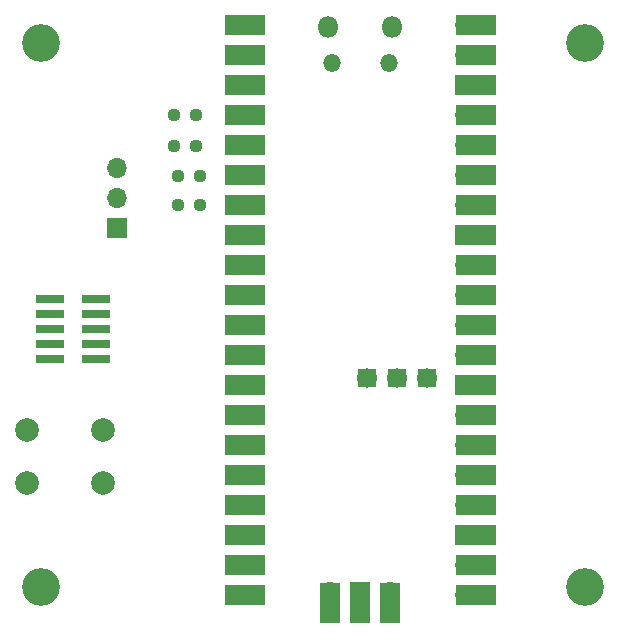
<source format=gbr>
%TF.GenerationSoftware,KiCad,Pcbnew,7.0.8*%
%TF.CreationDate,2023-10-07T15:52:59+09:00*%
%TF.ProjectId,KiCad,4b694361-642e-46b6-9963-61645f706362,rev?*%
%TF.SameCoordinates,PX41cdb40PY67f3540*%
%TF.FileFunction,Soldermask,Top*%
%TF.FilePolarity,Negative*%
%FSLAX46Y46*%
G04 Gerber Fmt 4.6, Leading zero omitted, Abs format (unit mm)*
G04 Created by KiCad (PCBNEW 7.0.8) date 2023-10-07 15:52:59*
%MOMM*%
%LPD*%
G01*
G04 APERTURE LIST*
G04 Aperture macros list*
%AMRoundRect*
0 Rectangle with rounded corners*
0 $1 Rounding radius*
0 $2 $3 $4 $5 $6 $7 $8 $9 X,Y pos of 4 corners*
0 Add a 4 corners polygon primitive as box body*
4,1,4,$2,$3,$4,$5,$6,$7,$8,$9,$2,$3,0*
0 Add four circle primitives for the rounded corners*
1,1,$1+$1,$2,$3*
1,1,$1+$1,$4,$5*
1,1,$1+$1,$6,$7*
1,1,$1+$1,$8,$9*
0 Add four rect primitives between the rounded corners*
20,1,$1+$1,$2,$3,$4,$5,0*
20,1,$1+$1,$4,$5,$6,$7,0*
20,1,$1+$1,$6,$7,$8,$9,0*
20,1,$1+$1,$8,$9,$2,$3,0*%
%AMOutline4P*
0 Free polygon, 4 corners , with rotation*
0 The origin of the aperture is its center*
0 number of corners: always 4*
0 $1 to $8 corner X, Y*
0 $9 Rotation angle, in degrees counterclockwise*
0 create outline with 4 corners*
4,1,4,$1,$2,$3,$4,$5,$6,$7,$8,$1,$2,$9*%
G04 Aperture macros list end*
%ADD10R,1.700000X1.700000*%
%ADD11O,1.700000X1.700000*%
%ADD12C,3.200000*%
%ADD13RoundRect,0.237500X-0.250000X-0.237500X0.250000X-0.237500X0.250000X0.237500X-0.250000X0.237500X0*%
%ADD14R,2.400000X0.740000*%
%ADD15O,1.800000X1.800000*%
%ADD16O,1.500000X1.500000*%
%ADD17R,3.500000X1.700000*%
%ADD18R,1.700000X3.500000*%
%ADD19C,1.700000*%
%ADD20R,1.524000X1.524000*%
%ADD21Outline4P,-0.762000X-0.762000X0.762000X-0.762000X0.762000X0.762000X-0.762000X0.762000X0.000000*%
%ADD22C,2.000000*%
G04 APERTURE END LIST*
D10*
%TO.C,J2*%
X10375000Y34400000D03*
D11*
X10375000Y36940000D03*
X10375000Y39480000D03*
%TD*%
D12*
%TO.C,H2*%
X4000000Y50000000D03*
%TD*%
D13*
%TO.C,R4*%
X15587500Y36300000D03*
X17412500Y36300000D03*
%TD*%
%TO.C,R3*%
X15587500Y38800000D03*
X17412500Y38800000D03*
%TD*%
D14*
%TO.C,J1*%
X4750000Y28390000D03*
X8650000Y28390000D03*
X4750000Y27120000D03*
X8650000Y27120000D03*
X4750000Y25850000D03*
X8650000Y25850000D03*
X4750000Y24580000D03*
X8650000Y24580000D03*
X4750000Y23310000D03*
X8650000Y23310000D03*
%TD*%
D15*
%TO.C,U1*%
X28275000Y51400000D03*
D16*
X28575000Y48370000D03*
X33425000Y48370000D03*
D15*
X33725000Y51400000D03*
D11*
X22110000Y51530000D03*
D17*
X21210000Y51530000D03*
D11*
X22110000Y48990000D03*
D17*
X21210000Y48990000D03*
D10*
X22110000Y46450000D03*
D17*
X21210000Y46450000D03*
D11*
X22110000Y43910000D03*
D17*
X21210000Y43910000D03*
D11*
X22110000Y41370000D03*
D17*
X21210000Y41370000D03*
D11*
X22110000Y38830000D03*
D17*
X21210000Y38830000D03*
D11*
X22110000Y36290000D03*
D17*
X21210000Y36290000D03*
D10*
X22110000Y33750000D03*
D17*
X21210000Y33750000D03*
D11*
X22110000Y31210000D03*
D17*
X21210000Y31210000D03*
D11*
X22110000Y28670000D03*
D17*
X21210000Y28670000D03*
D11*
X22110000Y26130000D03*
D17*
X21210000Y26130000D03*
D11*
X22110000Y23590000D03*
D17*
X21210000Y23590000D03*
D10*
X22110000Y21050000D03*
D17*
X21210000Y21050000D03*
D11*
X22110000Y18510000D03*
D17*
X21210000Y18510000D03*
D11*
X22110000Y15970000D03*
D17*
X21210000Y15970000D03*
D11*
X22110000Y13430000D03*
D17*
X21210000Y13430000D03*
D11*
X22110000Y10890000D03*
D17*
X21210000Y10890000D03*
D10*
X22110000Y8350000D03*
D17*
X21210000Y8350000D03*
D11*
X22110000Y5810000D03*
D17*
X21210000Y5810000D03*
D11*
X22110000Y3270000D03*
D17*
X21210000Y3270000D03*
D11*
X39890000Y3270000D03*
D17*
X40790000Y3270000D03*
D11*
X39890000Y5810000D03*
D17*
X40790000Y5810000D03*
D10*
X39890000Y8350000D03*
D17*
X40790000Y8350000D03*
D11*
X39890000Y10890000D03*
D17*
X40790000Y10890000D03*
D11*
X39890000Y13430000D03*
D17*
X40790000Y13430000D03*
D11*
X39890000Y15970000D03*
D17*
X40790000Y15970000D03*
D11*
X39890000Y18510000D03*
D17*
X40790000Y18510000D03*
D10*
X39890000Y21050000D03*
D17*
X40790000Y21050000D03*
D11*
X39890000Y23590000D03*
D17*
X40790000Y23590000D03*
D11*
X39890000Y26130000D03*
D17*
X40790000Y26130000D03*
D11*
X39890000Y28670000D03*
D17*
X40790000Y28670000D03*
D11*
X39890000Y31210000D03*
D17*
X40790000Y31210000D03*
D10*
X39890000Y33750000D03*
D17*
X40790000Y33750000D03*
D11*
X39890000Y36290000D03*
D17*
X40790000Y36290000D03*
D11*
X39890000Y38830000D03*
D17*
X40790000Y38830000D03*
D11*
X39890000Y41370000D03*
D17*
X40790000Y41370000D03*
D11*
X39890000Y43910000D03*
D17*
X40790000Y43910000D03*
D10*
X39890000Y46450000D03*
D17*
X40790000Y46450000D03*
D11*
X39890000Y48990000D03*
D17*
X40790000Y48990000D03*
D11*
X39890000Y51530000D03*
D17*
X40790000Y51530000D03*
D11*
X28460000Y3500000D03*
D18*
X28460000Y2600000D03*
D19*
X31550000Y21700000D03*
D20*
X31560000Y21700000D03*
D10*
X31000000Y3500000D03*
D18*
X31000000Y2600000D03*
D21*
X34100000Y21700000D03*
D19*
X34100000Y21700000D03*
D11*
X33540000Y3500000D03*
D18*
X33540000Y2600000D03*
D20*
X36640000Y21700000D03*
D19*
X36650000Y21700000D03*
%TD*%
D13*
%TO.C,R1*%
X15275000Y41300000D03*
X17100000Y41300000D03*
%TD*%
D22*
%TO.C,SW1*%
X2750000Y17250000D03*
X9250000Y17250000D03*
X2750000Y12750000D03*
X9250000Y12750000D03*
%TD*%
D12*
%TO.C,H4*%
X50000000Y4000000D03*
%TD*%
D13*
%TO.C,R2*%
X15275000Y43900000D03*
X17100000Y43900000D03*
%TD*%
D12*
%TO.C,H1*%
X50000000Y50000000D03*
%TD*%
%TO.C,H3*%
X4000000Y4000000D03*
%TD*%
M02*

</source>
